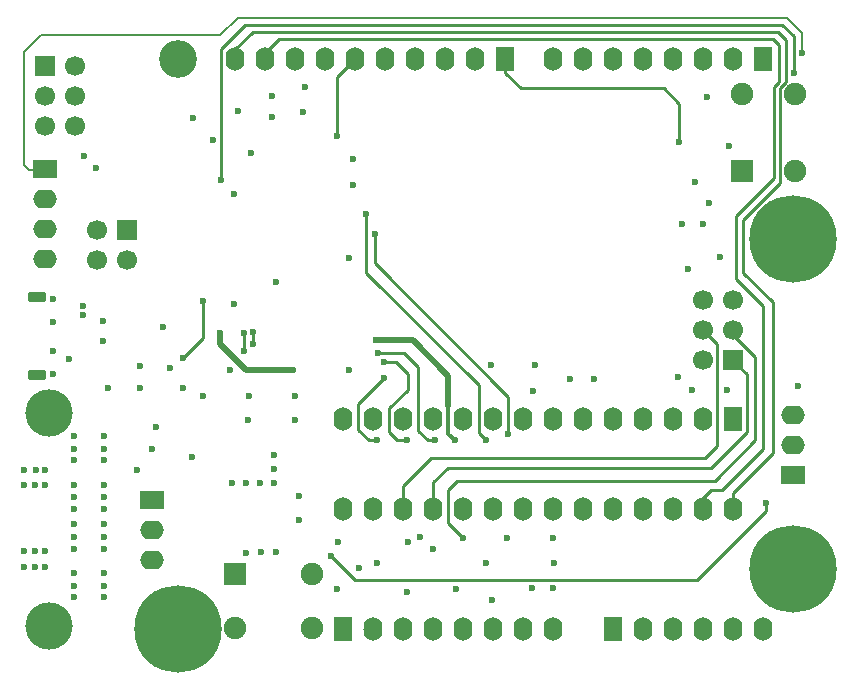
<source format=gbl>
G04 Layer_Physical_Order=4*
G04 Layer_Color=16711680*
%FSLAX44Y44*%
%MOMM*%
G71*
G01*
G75*
%ADD29R,1.9000X1.9000*%
%ADD32C,0.2500*%
%ADD33C,0.2000*%
%ADD34C,0.5000*%
%ADD38C,1.9000*%
%ADD39R,1.9000X1.9000*%
%ADD40R,1.6000X2.0000*%
%ADD41O,1.6000X2.0000*%
G04:AMPARAMS|DCode=42|XSize=1.6mm|YSize=0.9mm|CornerRadius=0.315mm|HoleSize=0mm|Usage=FLASHONLY|Rotation=0.000|XOffset=0mm|YOffset=0mm|HoleType=Round|Shape=RoundedRectangle|*
%AMROUNDEDRECTD42*
21,1,1.6000,0.2700,0,0,0.0*
21,1,0.9700,0.9000,0,0,0.0*
1,1,0.6300,0.4850,-0.1350*
1,1,0.6300,-0.4850,-0.1350*
1,1,0.6300,-0.4850,0.1350*
1,1,0.6300,0.4850,0.1350*
%
%ADD42ROUNDEDRECTD42*%
%ADD43R,2.0000X1.6000*%
%ADD44O,2.0000X1.6000*%
%ADD45C,7.4000*%
%ADD46C,3.2000*%
%ADD47C,1.7000*%
%ADD48R,1.7000X1.7000*%
%ADD49R,1.7000X1.7000*%
%ADD50C,4.0000*%
%ADD51C,0.6000*%
%ADD61C,0.3000*%
D29*
X622000Y418000D02*
D03*
D32*
X584000Y72000D02*
X642000Y130000D01*
Y137000D01*
X405000Y190000D02*
Y190060D01*
X399000Y196060D02*
X405000Y190060D01*
X356000Y190000D02*
X362000D01*
X348000Y198000D02*
X356000Y190000D01*
X306000D02*
X313000D01*
X306000Y190000D02*
X306000Y190000D01*
X330000D02*
X338000D01*
X200000Y266000D02*
Y281000D01*
X360600Y154600D02*
X373000Y167000D01*
X421560Y501440D02*
Y513000D01*
X192960D02*
Y520960D01*
X360600Y132000D02*
Y154600D01*
X601000Y185000D02*
Y271200D01*
X591000Y175000D02*
X601000Y185000D01*
X279000Y497440D02*
X294560Y513000D01*
X279000Y448000D02*
Y497440D01*
X617000Y327000D02*
Y380000D01*
X623000Y332000D02*
Y377000D01*
X218360Y513000D02*
Y518360D01*
X319000Y256000D02*
X329000D01*
X323000Y197000D02*
X330000Y190000D01*
X329000Y256000D02*
X339000Y246000D01*
Y233000D02*
Y246000D01*
X297000Y221000D02*
X319000Y243000D01*
X323000Y217000D02*
X339000Y233000D01*
X323000Y197000D02*
Y217000D01*
X297000Y199000D02*
X306000Y190000D01*
X297000Y199000D02*
Y221000D01*
X335200Y132000D02*
Y151200D01*
X359000Y175000D01*
X208000Y272000D02*
Y282000D01*
X623000Y377000D02*
X654230Y408230D01*
Y488289D01*
X122000Y114000D02*
X127000D01*
X166000Y277000D02*
Y308000D01*
X148500Y259500D02*
X166000Y277000D01*
X301600Y30400D02*
X309800D01*
X359000Y175000D02*
X591000D01*
X614400Y257600D02*
X626000Y246000D01*
X588600Y283600D02*
X601000Y271200D01*
X614400Y279600D02*
Y283000D01*
X617000Y380000D02*
X649000Y412000D01*
Y489480D01*
X653000Y493480D01*
X274000Y92000D02*
X294000Y72000D01*
X584000D01*
X373000Y148000D02*
X381000Y156000D01*
X373000Y120000D02*
X386000Y107000D01*
X373000Y120000D02*
Y148000D01*
X589200Y132000D02*
Y141200D01*
X596000Y148000D01*
X218360Y518360D02*
X230000Y530000D01*
X180500Y410500D02*
Y521500D01*
X666000Y501000D02*
Y532000D01*
X230000Y530000D02*
X648000D01*
X653000Y525000D01*
Y493480D02*
Y525000D01*
X192960Y520960D02*
X208000Y536000D01*
X652000D01*
X180500Y521500D02*
X201000Y542000D01*
X656000D01*
X666000Y532000D01*
X654230Y488289D02*
X659000Y493060D01*
Y529000D01*
X652000Y536000D02*
X659000Y529000D01*
X569000Y443000D02*
Y475000D01*
X421560Y501440D02*
X435000Y488000D01*
X556000D01*
X569000Y475000D01*
X424000Y195000D02*
Y227000D01*
X311000Y340000D02*
X424000Y227000D01*
X311000Y340000D02*
Y365000D01*
X614400Y279600D02*
X633000Y261000D01*
X614600Y132000D02*
Y145600D01*
X381000Y156000D02*
X599000D01*
X633000Y190000D01*
Y261000D01*
X626000Y196975D02*
Y246000D01*
X373000Y167000D02*
X596025D01*
X626000Y196975D01*
X304000Y332000D02*
Y382000D01*
Y332000D02*
X399000Y237000D01*
Y196060D02*
Y237000D01*
X314000Y264000D02*
X336000D01*
X348000Y252000D01*
Y198000D02*
Y252000D01*
X617000Y327000D02*
X640000Y304000D01*
X614600Y145600D02*
X648000Y179000D01*
Y307000D01*
X623000Y332000D02*
X648000Y307000D01*
X596000Y148000D02*
X605000D01*
X640000Y183000D01*
Y304000D01*
D33*
X18000Y419000D02*
X32000D01*
X14000Y423000D02*
X18000Y419000D01*
X14000Y423000D02*
Y519000D01*
X28000Y533000D01*
X180000D01*
X673000Y518000D02*
Y535000D01*
X180000Y533000D02*
X195000Y548000D01*
X660000D01*
X673000Y535000D01*
D34*
X202000Y250000D02*
X242000D01*
X180000Y272000D02*
X202000Y250000D01*
X180000Y272000D02*
Y281000D01*
X312000Y275000D02*
X343000D01*
X373100Y244900D01*
Y219100D02*
Y244900D01*
D38*
X622000Y483000D02*
D03*
X667000D02*
D03*
Y418000D02*
D03*
X257500Y76500D02*
D03*
Y31500D02*
D03*
X192500D02*
D03*
D39*
Y76500D02*
D03*
D40*
X614600Y208200D02*
D03*
X421560Y513000D02*
D03*
X513000Y30400D02*
D03*
X640000Y513000D02*
D03*
X284400Y30400D02*
D03*
D41*
X589200Y208200D02*
D03*
X563800D02*
D03*
X538400D02*
D03*
X513000D02*
D03*
X487600D02*
D03*
X462200D02*
D03*
X436800D02*
D03*
X411400D02*
D03*
X386000D02*
D03*
X360600D02*
D03*
X335200D02*
D03*
X309800D02*
D03*
X284400D02*
D03*
X614600Y132000D02*
D03*
X589200D02*
D03*
X563800D02*
D03*
X538400D02*
D03*
X513000D02*
D03*
X487600D02*
D03*
X462200D02*
D03*
X436800D02*
D03*
X411400D02*
D03*
X386000D02*
D03*
X360600D02*
D03*
X335200D02*
D03*
X309800D02*
D03*
X284400D02*
D03*
X192960Y513000D02*
D03*
X218360D02*
D03*
X243760D02*
D03*
X269160D02*
D03*
X294560D02*
D03*
X319960D02*
D03*
X345360D02*
D03*
X370760D02*
D03*
X396160D02*
D03*
X538400Y30400D02*
D03*
X563800D02*
D03*
X589200D02*
D03*
X614600D02*
D03*
X640000D02*
D03*
X462200Y513000D02*
D03*
X487600D02*
D03*
X513000D02*
D03*
X538400D02*
D03*
X563800D02*
D03*
X589200D02*
D03*
X614600D02*
D03*
X462200Y30400D02*
D03*
X436800D02*
D03*
X411400D02*
D03*
X386000D02*
D03*
X360600D02*
D03*
X335200D02*
D03*
X309800D02*
D03*
D42*
X25250Y245000D02*
D03*
Y311000D02*
D03*
D43*
X122000Y139400D02*
D03*
X665000Y161000D02*
D03*
X32000Y420000D02*
D03*
D44*
X122000Y114000D02*
D03*
Y88600D02*
D03*
X665000Y186400D02*
D03*
Y211800D02*
D03*
X32000Y394600D02*
D03*
Y369200D02*
D03*
Y343800D02*
D03*
D45*
X665400Y360600D02*
D03*
Y81200D02*
D03*
X144700Y30400D02*
D03*
D46*
Y513000D02*
D03*
D47*
X75600Y342600D02*
D03*
X101000D02*
D03*
X75600Y368000D02*
D03*
X57000Y456600D02*
D03*
Y482000D02*
D03*
Y507400D02*
D03*
X31600Y456600D02*
D03*
Y482000D02*
D03*
X588600Y309000D02*
D03*
Y283600D02*
D03*
Y258200D02*
D03*
X614000Y309000D02*
D03*
Y283600D02*
D03*
D48*
X101000Y368000D02*
D03*
D49*
X31600Y507400D02*
D03*
X614000Y258200D02*
D03*
D50*
X35000Y213000D02*
D03*
Y33000D02*
D03*
D51*
X642000Y137000D02*
D03*
X360000Y98000D02*
D03*
X313000Y86000D02*
D03*
X180500Y410500D02*
D03*
X206500Y433500D02*
D03*
X311000Y365000D02*
D03*
X64000Y296000D02*
D03*
Y304000D02*
D03*
X582500Y408500D02*
D03*
X497000Y242000D02*
D03*
X405000Y190000D02*
D03*
X379000D02*
D03*
X362000D02*
D03*
X313000D02*
D03*
X338000D02*
D03*
X202000Y95000D02*
D03*
X214700Y95300D02*
D03*
X242000Y250000D02*
D03*
X148500Y234500D02*
D03*
X166000Y228000D02*
D03*
X200000Y281000D02*
D03*
X476000Y242000D02*
D03*
X568000Y244000D02*
D03*
X349500Y108500D02*
D03*
X156000Y176000D02*
D03*
X204000Y207000D02*
D03*
X82000Y132000D02*
D03*
Y142000D02*
D03*
Y152000D02*
D03*
X56000D02*
D03*
Y142000D02*
D03*
Y132000D02*
D03*
X82000Y194000D02*
D03*
Y183000D02*
D03*
Y173000D02*
D03*
X56000D02*
D03*
Y183000D02*
D03*
Y194000D02*
D03*
X82000Y67000D02*
D03*
Y57000D02*
D03*
Y78000D02*
D03*
X56000Y57000D02*
D03*
Y67000D02*
D03*
Y78000D02*
D03*
X569000Y443000D02*
D03*
X274000Y92000D02*
D03*
X279000Y448000D02*
D03*
X314000Y264000D02*
D03*
X319000Y256000D02*
D03*
X312000Y275000D02*
D03*
X304000Y382000D02*
D03*
X424000Y195000D02*
D03*
X319000Y243000D02*
D03*
X148500Y259500D02*
D03*
X200000Y266000D02*
D03*
X208000Y272000D02*
D03*
Y282000D02*
D03*
X673000Y518000D02*
D03*
X338000Y62000D02*
D03*
X380000Y64000D02*
D03*
X405000Y86000D02*
D03*
X423000Y107000D02*
D03*
X669000Y236000D02*
D03*
X447000Y254000D02*
D03*
X445000Y232000D02*
D03*
X409000Y254000D02*
D03*
X603000Y345000D02*
D03*
X571000Y373000D02*
D03*
X611000Y439000D02*
D03*
X126000Y201000D02*
D03*
X112000Y234000D02*
D03*
X85000D02*
D03*
X289000Y250000D02*
D03*
Y344000D02*
D03*
X252000Y489000D02*
D03*
X224000Y482000D02*
D03*
X64500Y431001D02*
D03*
X247000Y143000D02*
D03*
X227000Y324000D02*
D03*
X192000Y305500D02*
D03*
X410000Y55000D02*
D03*
X227400Y95300D02*
D03*
X247000Y123000D02*
D03*
X192000Y399000D02*
D03*
X195000Y469000D02*
D03*
X157000Y463000D02*
D03*
X75000Y420500D02*
D03*
X592000Y481000D02*
D03*
X594000Y391000D02*
D03*
X589000Y373000D02*
D03*
X576000Y335000D02*
D03*
X579500Y233000D02*
D03*
X250000Y468000D02*
D03*
X224000Y464000D02*
D03*
X279000Y64000D02*
D03*
X444000Y65000D02*
D03*
X463000Y86000D02*
D03*
X462000Y65000D02*
D03*
Y107000D02*
D03*
X81000Y274000D02*
D03*
Y291000D02*
D03*
X132000Y286000D02*
D03*
X188500Y250000D02*
D03*
X204500Y228000D02*
D03*
X243500Y207000D02*
D03*
Y228000D02*
D03*
X138000Y251000D02*
D03*
X112000Y253000D02*
D03*
X122000Y183000D02*
D03*
X110000Y165000D02*
D03*
X38500Y290000D02*
D03*
Y266000D02*
D03*
X38500Y310000D02*
D03*
Y246000D02*
D03*
X52000Y259000D02*
D03*
X166000Y308000D02*
D03*
X180000Y281000D02*
D03*
X293000Y428000D02*
D03*
Y406000D02*
D03*
X609500Y233000D02*
D03*
X14000Y96000D02*
D03*
X23000D02*
D03*
X32000D02*
D03*
Y83000D02*
D03*
X23000D02*
D03*
X14000D02*
D03*
X56000Y119000D02*
D03*
Y108000D02*
D03*
Y98000D02*
D03*
X82000Y119000D02*
D03*
Y108000D02*
D03*
Y98000D02*
D03*
X280000Y104000D02*
D03*
X14000Y152000D02*
D03*
X23000D02*
D03*
X32000D02*
D03*
Y165000D02*
D03*
X24000D02*
D03*
X14000D02*
D03*
X298000Y81750D02*
D03*
X226000Y166000D02*
D03*
Y154000D02*
D03*
X214000D02*
D03*
X202000D02*
D03*
X190000D02*
D03*
X226000Y178000D02*
D03*
X174000Y444000D02*
D03*
X666000Y501000D02*
D03*
X339000Y104000D02*
D03*
X386000Y107000D02*
D03*
D61*
X373100Y195700D02*
X378800Y190000D01*
X379000D01*
X373100Y195700D02*
Y219100D01*
M02*

</source>
